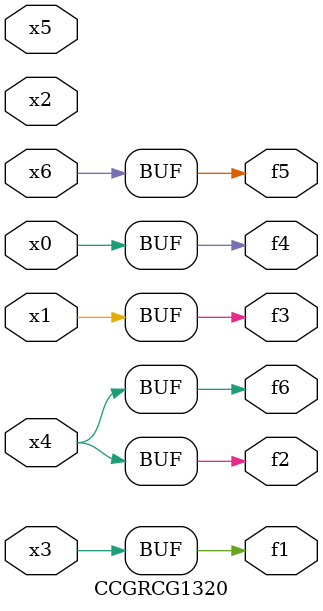
<source format=v>
module CCGRCG1320(
	input x0, x1, x2, x3, x4, x5, x6,
	output f1, f2, f3, f4, f5, f6
);
	assign f1 = x3;
	assign f2 = x4;
	assign f3 = x1;
	assign f4 = x0;
	assign f5 = x6;
	assign f6 = x4;
endmodule

</source>
